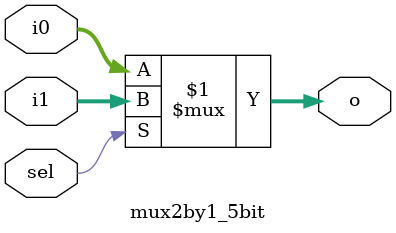
<source format=v>
`timescale 1ns / 1ps

module mux2by1_5bit(
input [4:0]i0,
input [4:0]i1,
input sel,
output [4:0]o
    );

assign o = sel ? i1 : i0 ;

endmodule


</source>
